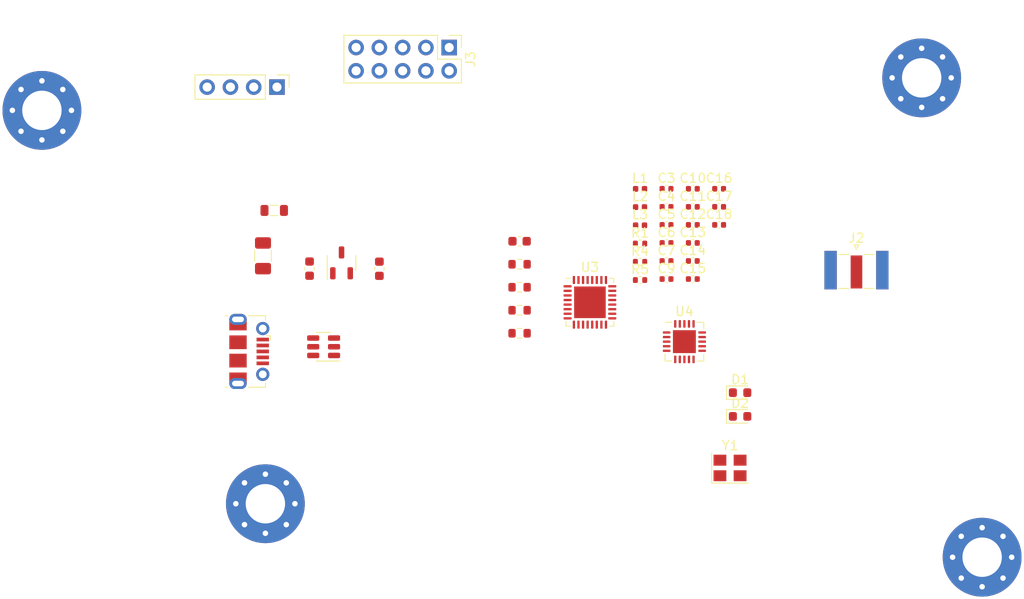
<source format=kicad_pcb>
(kicad_pcb (version 20221018) (generator pcbnew)
  (layers (0 "F.Cu" signal) (31 "B.Cu" signal) (34 "B.Paste" user) (35 "F.Paste" user) (36 "B.SilkS" user "B.Silkscreen") (37 "F.SilkS" user "F.Silkscreen") (38 "B.Mask" user) (39 "F.Mask" user) (44 "Edge.Cuts" user))
  (net 0 "")
  (net 1 "+3V3")
  (net 2 "I2C1_SDA")
  (net 3 "I2C1_SCL")
  (net 4 "Net-(D2-K)")
  (net 5 "GND")
  (net 6 "Net-(D1-K)")
  (net 7 "NRF_XC2")
  (net 8 "NRF_XC1")
  (net 9 "Net-(U4-IREF)")
  (net 10 "Net-(U3-PH3)")
  (net 11 "USB_D+")
  (net 12 "USB_D-")
  (net 13 "USB_CONN_D-")
  (net 14 "+5V")
  (net 15 "USB_CONN_D+")
  (net 16 "Net-(U1-VI)")
  (net 19 "NRST")
  (net 22 "Net-(D2-A)")
  (net 23 "Net-(D1-A)")
  (net 31 "SWDIO")
  (net 32 "SWCLK")
  (net 33 "NRF_IRQ")
  (net 34 "SPI3_SCK")
  (net 35 "SPI3_MISO")
  (net 36 "SPI3_MOSI")
  (net 37 "SPI3_CS")
  (net 38 "NRF_CE")
  (net 39 "NRF_VDD_PA")
  (net 40 "NRF_ANT1")
  (net 41 "NRF_ANT2")
  (net 42 "Net-(U4-DVDD)")
  (net 43 "Net-(F1-Pad2)")
  (net 44 "Net-(C15-Pad2)")
  (net 50 "Net-(J2-In)")
  (footprint "Inductor_SMD:L_0402_1005Metric" (layer "F.Cu") (at 123.7 43.79)
    (fp_text reference "L3" (at 0 -1.17) (layer "F.SilkS"))
    (fp_text value "2n7")
    (pad "1" smd roundrect (at -0.485 0) (size 0.59 0.64) (layers "F.Cu" "F.Paste" "F.Mask") (net 39 "NRF_VDD_PA"))
    (pad "2" smd roundrect (at 0.485 0) (size 0.59 0.64) (layers "F.Cu" "F.Paste" "F.Mask") (net 40 "NRF_ANT1"))
  )
  (footprint "Capacitor_SMD:C_0603_1608Metric" (layer "F.Cu") (at 110.553 45.526)
    (fp_text reference "C8" hide)
    (fp_text value "10u" hide)
    (fp_line (start -0.14058 -0.51) (end 0.14058 -0.51) (stroke (width 0.12)) (layer "F.SilkS"))
    (fp_line (start -0.14058 0.51) (end 0.14058 0.51) (stroke (width 0.12)) (layer "F.SilkS"))
    (pad "1" smd roundrect (at -0.775 0) (size 0.9 0.95) (layers "F.Cu" "F.Paste" "F.Mask") (net 1 "+3V3"))
    (pad "2" smd roundrect (at 0.775 0) (size 0.9 0.95) (layers "F.Cu" "F.Paste" "F.Mask") (net 5 "GND"))
  )
  (footprint "LED_SMD:LED_0603_1608Metric" (layer "F.Cu") (at 134.62 64.64)
    (fp_text reference "D2" (at 0 -1.43) (layer "F.SilkS"))
    (fp_text value "BLUE")
    (fp_line (start -1.485 -0.735) (end -1.485 0.735) (stroke (width 0.12)) (layer "F.SilkS"))
    (fp_line (start -1.485 0.735) (end 0.8 0.735) (stroke (width 0.12)) (layer "F.SilkS"))
    (fp_line (start 0.8 -0.735) (end -1.485 -0.735) (stroke (width 0.12)) (layer "F.SilkS"))
    (pad "1" smd roundrect (at -0.7875 0) (size 0.875 0.95) (layers "F.Cu" "F.Paste" "F.Mask") (net 4 "Net-(D2-K)"))
    (pad "2" smd roundrect (at 0.7875 0) (size 0.875 0.95) (layers "F.Cu" "F.Paste" "F.Mask") (net 22 "Net-(D2-A)"))
  )
  (footprint "Capacitor_SMD:C_0402_1005Metric" (layer "F.Cu") (at 129.46 43.74)
    (fp_text reference "C12" (at 0 -1.16) (layer "F.SilkS"))
    (fp_text value "33n")
    (fp_line (start -0.107836 -0.36) (end 0.107836 -0.36) (stroke (width 0.12)) (layer "F.SilkS"))
    (fp_line (start -0.107836 0.36) (end 0.107836 0.36) (stroke (width 0.12)) (layer "F.SilkS"))
    (pad "1" smd roundrect (at -0.48 0) (size 0.56 0.62) (layers "F.Cu" "F.Paste" "F.Mask") (net 42 "Net-(U4-DVDD)"))
    (pad "2" smd roundrect (at 0.48 0) (size 0.56 0.62) (layers "F.Cu" "F.Paste" "F.Mask") (net 5 "GND"))
  )
  (footprint "Capacitor_SMD:C_0402_1005Metric" (layer "F.Cu") (at 126.59 45.71)
    (fp_text reference "C6" (at 0 -1.16) (layer "F.SilkS"))
    (fp_text value "100n")
    (fp_line (start -0.107836 -0.36) (end 0.107836 -0.36) (stroke (width 0.12)) (layer "F.SilkS"))
    (fp_line (start -0.107836 0.36) (end 0.107836 0.36) (stroke (width 0.12)) (layer "F.SilkS"))
    (pad "1" smd roundrect (at -0.48 0) (size 0.56 0.62) (layers "F.Cu" "F.Paste" "F.Mask") (net 1 "+3V3"))
    (pad "2" smd roundrect (at 0.48 0) (size 0.56 0.62) (layers "F.Cu" "F.Paste" "F.Mask") (net 5 "GND"))
  )
  (footprint "Capacitor_SMD:C_0402_1005Metric" (layer "F.Cu") (at 129.46 41.77)
    (fp_text reference "C11" (at 0 -1.16) (layer "F.SilkS"))
    (fp_text value "10n")
    (fp_line (start -0.107836 -0.36) (end 0.107836 -0.36) (stroke (width 0.12)) (layer "F.SilkS"))
    (fp_line (start -0.107836 0.36) (end 0.107836 0.36) (stroke (width 0.12)) (layer "F.SilkS"))
    (pad "1" smd roundrect (at -0.48 0) (size 0.56 0.62) (layers "F.Cu" "F.Paste" "F.Mask") (net 1 "+3V3"))
    (pad "2" smd roundrect (at 0.48 0) (size 0.56 0.62) (layers "F.Cu" "F.Paste" "F.Mask") (net 5 "GND"))
  )
  (footprint "Capacitor_SMD:C_0402_1005Metric" (layer "F.Cu") (at 126.59 47.68)
    (fp_text reference "C7" (at 0 -1.16) (layer "F.SilkS"))
    (fp_text value "100n")
    (fp_line (start -0.107836 -0.36) (end 0.107836 -0.36) (stroke (width 0.12)) (layer "F.SilkS"))
    (fp_line (start -0.107836 0.36) (end 0.107836 0.36) (stroke (width 0.12)) (layer "F.SilkS"))
    (pad "1" smd roundrect (at -0.48 0) (size 0.56 0.62) (layers "F.Cu" "F.Paste" "F.Mask") (net 1 "+3V3"))
    (pad "2" smd roundrect (at 0.48 0) (size 0.56 0.62) (layers "F.Cu" "F.Paste" "F.Mask") (net 5 "GND"))
  )
  (footprint "Capacitor_SMD:C_0402_1005Metric" (layer "F.Cu") (at 126.59 39.8)
    (fp_text reference "C3" (at 0 -1.16) (layer "F.SilkS"))
    (fp_text value "100n")
    (fp_line (start -0.107836 -0.36) (end 0.107836 -0.36) (stroke (width 0.12)) (layer "F.SilkS"))
    (fp_line (start -0.107836 0.36) (end 0.107836 0.36) (stroke (width 0.12)) (layer "F.SilkS"))
    (pad "1" smd roundrect (at -0.48 0) (size 0.56 0.62) (layers "F.Cu" "F.Paste" "F.Mask") (net 19 "NRST"))
    (pad "2" smd roundrect (at 0.48 0) (size 0.56 0.62) (layers "F.Cu" "F.Paste" "F.Mask") (net 5 "GND"))
  )
  (footprint "Connector_PinHeader_2.54mm:PinHeader_1x04_P2.54mm_Vertical" (layer "F.Cu") (at 84.074 28.702 -90)
    (fp_text reference "J4" hide)
    (fp_text value "Conn_01x04" hide)
    (fp_line (start -1.33 -1.33) (end 0 -1.33) (stroke (width 0.12)) (layer "F.SilkS"))
    (fp_line (start -1.33 0) (end -1.33 -1.33) (stroke (width 0.12)) (layer "F.SilkS"))
    (fp_line (start -1.33 1.27) (end -1.33 8.95) (stroke (width 0.12)) (layer "F.SilkS"))
    (fp_line (start -1.33 1.27) (end 1.33 1.27) (stroke (width 0.12)) (layer "F.SilkS"))
    (fp_line (start -1.33 8.95) (end 1.33 8.95) (stroke (width 0.12)) (layer "F.SilkS"))
    (fp_line (start 1.33 1.27) (end 1.33 8.95) (stroke (width 0.12)) (layer "F.SilkS"))
    (pad "1" thru_hole rect (at 0 0 270) (size 1.7 1.7) (drill 1) (layers "*.Cu" "*.Mask") (net 2 "I2C1_SDA"))
    (pad "2" thru_hole oval (at 0 2.54 270) (size 1.7 1.7) (drill 1) (layers "*.Cu" "*.Mask") (net 3 "I2C1_SCL"))
    (pad "3" thru_hole oval (at 0 5.08 270) (size 1.7 1.7) (drill 1) (layers "*.Cu" "*.Mask") (net 1 "+3V3"))
    (pad "4" thru_hole oval (at 0 7.62 270) (size 1.7 1.7) (drill 1) (layers "*.Cu" "*.Mask") (net 5 "GND"))
  )
  (footprint "Capacitor_SMD:C_0402_1005Metric" (layer "F.Cu") (at 129.46 47.68)
    (fp_text reference "C14" (at 0 -1.16) (layer "F.SilkS"))
    (fp_text value "12p")
    (fp_line (start -0.107836 -0.36) (end 0.107836 -0.36) (stroke (width 0.12)) (layer "F.SilkS"))
    (fp_line (start -0.107836 0.36) (end 0.107836 0.36) (stroke (width 0.12)) (layer "F.SilkS"))
    (pad "1" smd roundrect (at -0.48 0) (size 0.56 0.62) (layers "F.Cu" "F.Paste" "F.Mask") (net 7 "NRF_XC2"))
    (pad "2" smd roundrect (at 0.48 0) (size 0.56 0.62) (layers "F.Cu" "F.Paste" "F.Mask") (net 5 "GND"))
  )
  (footprint "Crystal:Crystal_SMD_3225-4Pin_3.2x2.5mm" (layer "F.Cu") (at 133.52 70.27)
    (fp_text reference "Y1" (at 0 -2.45) (layer "F.SilkS"))
    (fp_text value "16MHz")
    (fp_line (start -2 -1.65) (end -2 1.65) (stroke (width 0.12)) (layer "F.SilkS"))
    (fp_line (start -2 1.65) (end 2 1.65) (stroke (width 0.12)) (layer "F.SilkS"))
    (pad "1" smd rect (at -1.1 0.85) (size 1.4 1.2) (layers "F.Cu" "F.Paste" "F.Mask") (net 8 "NRF_XC1"))
    (pad "2" smd rect (at 1.1 0.85) (size 1.4 1.2) (layers "F.Cu" "F.Paste" "F.Mask") (net 5 "GND"))
    (pad "3" smd rect (at 1.1 -0.85) (size 1.4 1.2) (layers "F.Cu" "F.Paste" "F.Mask") (net 7 "NRF_XC2"))
    (pad "4" smd rect (at -1.1 -0.85) (size 1.4 1.2) (layers "F.Cu" "F.Paste" "F.Mask") (net 5 "GND"))
  )
  (footprint "Resistor_SMD:R_0603_1608Metric" (layer "F.Cu") (at 110.553 53.056)
    (fp_text reference "R6" hide)
    (fp_text value "2k2" hide)
    (fp_line (start -0.237258 -0.5225) (end 0.237258 -0.5225) (stroke (width 0.12)) (layer "F.SilkS"))
    (fp_line (start -0.237258 0.5225) (end 0.237258 0.5225) (stroke (width 0.12)) (layer "F.SilkS"))
    (pad "1" smd roundrect (at -0.825 0) (size 0.8 0.95) (layers "F.Cu" "F.Paste" "F.Mask") (net 1 "+3V3"))
    (pad "2" smd roundrect (at 0.825 0) (size 0.8 0.95) (layers "F.Cu" "F.Paste" "F.Mask") (net 3 "I2C1_SCL"))
  )
  (footprint "Capacitor_SMD:C_0402_1005Metric" (layer "F.Cu") (at 129.46 45.71)
    (fp_text reference "C13" (at 0 -1.16) (layer "F.SilkS"))
    (fp_text value "12p")
    (fp_line (start -0.107836 -0.36) (end 0.107836 -0.36) (stroke (width 0.12)) (layer "F.SilkS"))
    (fp_line (start -0.107836 0.36) (end 0.107836 0.36) (stroke (width 0.12)) (layer "F.SilkS"))
    (pad "1" smd roundrect (at -0.48 0) (size 0.56 0.62) (layers "F.Cu" "F.Paste" "F.Mask") (net 8 "NRF_XC1"))
    (pad "2" smd roundrect (at 0.48 0) (size 0.56 0.62) (layers "F.Cu" "F.Paste" "F.Mask") (net 5 "GND"))
  )
  (footprint "Resistor_SMD:R_0402_1005Metric" (layer "F.Cu") (at 123.7 45.78)
    (fp_text reference "R1" (at 0 -1.17) (layer "F.SilkS"))
    (fp_text value "10k")
    (fp_line (start -0.153641 -0.38) (end 0.153641 -0.38) (stroke (width 0.12)) (layer "F.SilkS"))
    (fp_line (start -0.153641 0.38) (end 0.153641 0.38) (stroke (width 0.12)) (layer "F.SilkS"))
    (pad "1" smd roundrect (at -0.51 0) (size 0.54 0.64) (layers "F.Cu" "F.Paste" "F.Mask") (net 10 "Net-(U3-PH3)"))
    (pad "2" smd roundrect (at 0.51 0) (size 0.54 0.64) (layers "F.Cu" "F.Paste" "F.Mask") (net 5 "GND"))
  )
  (footprint "Capacitor_SMD:C_0402_1005Metric" (layer "F.Cu") (at 132.33 43.74)
    (fp_text reference "C18" (at 0 -1.16) (layer "F.SilkS"))
    (fp_text value "4p7")
    (fp_line (start -0.107836 -0.36) (end 0.107836 -0.36) (stroke (width 0.12)) (layer "F.SilkS"))
    (fp_line (start -0.107836 0.36) (end 0.107836 0.36) (stroke (width 0.12)) (layer "F.SilkS"))
    (pad "1" smd roundrect (at -0.48 0) (size 0.56 0.62) (layers "F.Cu" "F.Paste" "F.Mask") (net 5 "GND"))
    (pad "2" smd roundrect (at 0.48 0) (size 0.56 0.62) (layers "F.Cu" "F.Paste" "F.Mask") (net 39 "NRF_VDD_PA"))
  )
  (footprint "Resistor_SMD:R_0603_1608Metric" (layer "F.Cu") (at 110.553 50.546)
    (fp_text reference "R3" hide)
    (fp_text value "2k2" hide)
    (fp_line (start -0.237258 -0.5225) (end 0.237258 -0.5225) (stroke (width 0.12)) (layer "F.SilkS"))
    (fp_line (start -0.237258 0.5225) (end 0.237258 0.5225) (stroke (width 0.12)) (layer "F.SilkS"))
    (pad "1" smd roundrect (at -0.825 0) (size 0.8 0.95) (layers "F.Cu" "F.Paste" "F.Mask") (net 4 "Net-(D2-K)"))
    (pad "2" smd roundrect (at 0.825 0) (size 0.8 0.95) (layers "F.Cu" "F.Paste" "F.Mask") (net 5 "GND"))
  )
  (footprint "LED_SMD:LED_0603_1608Metric" (layer "F.Cu") (at 134.62 62.05)
    (fp_text reference "D1" (at 0 -1.43) (layer "F.SilkS"))
    (fp_text value "GREEN")
    (fp_line (start -1.485 -0.735) (end -1.485 0.735) (stroke (width 0.12)) (layer "F.SilkS"))
    (fp_line (start -1.485 0.735) (end 0.8 0.735) (stroke (width 0.12)) (layer "F.SilkS"))
    (fp_line (start 0.8 -0.735) (end -1.485 -0.735) (stroke (width 0.12)) (layer "F.SilkS"))
    (pad "1" smd roundrect (at -0.7875 0) (size 0.875 0.95) (layers "F.Cu" "F.Paste" "F.Mask") (net 6 "Net-(D1-K)"))
    (pad "2" smd roundrect (at 0.7875 0) (size 0.875 0.95) (layers "F.Cu" "F.Paste" "F.Mask") (net 23 "Net-(D1-A)"))
  )
  (footprint "Package_TO_SOT_SMD:SOT-23-3" (layer "F.Cu") (at 91.12 47.8845 90)
    (fp_text reference "U1" hide)
    (fp_text value "XC6206P332MR" hide)
    (fp_line (start 0 -1.56) (end -1.8 -1.56) (stroke (width 0.12)) (layer "F.SilkS"))
    (fp_line (start 0 -1.56) (end 0.8 -1.56) (stroke (width 0.12)) (layer "F.SilkS"))
    (fp_line (start 0 1.56) (end -0.8 1.56) (stroke (width 0.12)) (layer "F.SilkS"))
    (fp_line (start 0 1.56) (end 0.8 1.56) (stroke (width 0.12)) (layer "F.SilkS"))
    (pad "1" smd roundrect (at -1.1375 -0.95 90) (size 1.325 0.6) (layers "F.Cu" "F.Paste" "F.Mask") (net 5 "GND"))
    (pad "2" smd roundrect (at -1.1375 0.95 90) (size 1.325 0.6) (layers "F.Cu" "F.Paste" "F.Mask") (net 1 "+3V3"))
    (pad "3" smd roundrect (at 1.1375 0 90) (size 1.325 0.6) (layers "F.Cu" "F.Paste" "F.Mask") (net 16 "Net-(U1-VI)"))
  )
  (footprint "MountingHole:MountingHole_4.3mm_M4_Pad_Via" (layer "F.Cu") (at 58.42 31.242)
    (fp_text reference "H1" hide)
    (fp_text value "MountingHole_Pad" hide)
    (pad "1" thru_hole circle (at -3.225 0) (size 0.9 0.9) (drill 0.6) (layers "*.Cu" "*.Mask") (net 5 "GND"))
    (pad "1" thru_hole circle (at -2.280419 -2.280419) (size 0.9 0.9) (drill 0.6) (layers "*.Cu" "*.Mask") (net 5 "GND"))
    (pad "1" thru_hole circle (at -2.280419 2.280419) (size 0.9 0.9) (drill 0.6) (layers "*.Cu" "*.Mask") (net 5 "GND"))
    (pad "1" thru_hole circle (at 0 -3.225) (size 0.9 0.9) (drill 0.6) (layers "*.Cu" "*.Mask") (net 5 "GND"))
    (pad "1" thru_hole circle (at 0 0) (size 8.6 8.6) (drill 4.3) (layers "*.Cu" "*.Mask") (net 5 "GND"))
    (pad "1" thru_hole circle (at 0 3.225) (size 0.9 0.9) (drill 0.6) (layers "*.Cu" "*.Mask") (net 5 "GND"))
    (pad "1" thru_hole circle (at 2.280419 -2.280419) (size 0.9 0.9) (drill 0.6) (layers "*.Cu" "*.Mask") (net 5 "GND"))
    (pad "1" thru_hole circle (at 2.280419 2.280419) (size 0.9 0.9) (drill 0.6) (layers "*.Cu" "*.Mask") (net 5 "GND"))
    (pad "1" thru_hole circle (at 3.225 0) (size 0.9 0.9) (drill 0.6) (layers "*.Cu" "*.Mask") (net 5 "GND"))
  )
  (footprint "Capacitor_SMD:C_0402_1005Metric" (layer "F.Cu") (at 126.59 43.74)
    (fp_text reference "C5" (at 0 -1.16) (layer "F.SilkS"))
    (fp_text value "100n")
    (fp_line (start -0.107836 -0.36) (end 0.107836 -0.36) (stroke (width 0.12)) (layer "F.SilkS"))
    (fp_line (start -0.107836 0.36) (end 0.107836 0.36) (stroke (width 0.12)) (layer "F.SilkS"))
    (pad "1" smd roundrect (at -0.48 0) (size 0.56 0.62) (layers "F.Cu" "F.Paste" "F.Mask") (net 1 "+3V3"))
    (pad "2" smd roundrect (at 0.48 0) (size 0.56 0.62) (layers "F.Cu" "F.Paste" "F.Mask") (net 5 "GND"))
  )
  (footprint "Connector_PinHeader_2.54mm:PinHeader_2x05_P2.54mm_Vertical" (layer "F.Cu") (at 102.87 24.384 -90)
    (fp_text reference "J3" (at 1.27 -2.33 90) (layer "F.SilkS"))
    (fp_text value "10 pin for stlink")
    (fp_line (start -1.33 -1.33) (end 0 -1.33) (stroke (width 0.12)) (layer "F.SilkS"))
    (fp_line (start -1.33 0) (end -1.33 -1.33) (stroke (width 0.12)) (layer "F.SilkS"))
    (fp_line (start -1.33 1.27) (end -1.33 11.49) (stroke (width 0.12)) (layer "F.SilkS"))
    (fp_line (start -1.33 1.27) (end 1.27 1.27) (stroke (width 0.12)) (layer "F.SilkS"))
    (fp_line (start -1.33 11.49) (end 3.87 11.49) (stroke (width 0.12)) (layer "F.SilkS"))
    (fp_line (start 1.27 -1.33) (end 3.87 -1.33) (stroke (width 0.12)) (layer "F.SilkS"))
    (fp_line (start 1.27 1.27) (end 1.27 -1.33) (stroke (width 0.12)) (layer "F.SilkS"))
    (fp_line (start 3.87 -1.33) (end 3.87 11.49) (stroke (width 0.12)) (layer "F.SilkS"))
    (pad "1" thru_hole rect (at 0 0 270) (size 1.7 1.7) (drill 1) (layers "*.Cu" "*.Mask") (net 1 "+3V3"))
    (pad "2" thru_hole oval (at 2.54 0 270) (size 1.7 1.7) (drill 1) (layers "*.Cu" "*.Mask") (net 31 "SWDIO"))
    (pad "3" thru_hole oval (at 0 2.54 270) (size 1.7 1.7) (drill 1) (layers "*.Cu" "*.Mask") (net 5 "GND"))
    (pad "4" thru_hole oval (at 2.54 2.54 270) (size 1.7 1.7) (drill 1) (layers "*.Cu" "*.Mask") (net 32 "SWCLK"))
    (pad "5" thru_hole oval (at 0 5.08 270) (size 1.7 1.7) (drill 1) (layers "*.Cu" "*.Mask") (net 5 "GND"))
    (pad "6" thru_hole oval (at 2.54 5.08 270) (size 1.7 1.7) (drill 1) (layers "*.Cu" "*.Mask"))
    (pad "7" thru_hole oval (at 0 7.62 270) (size 1.7 1.7) (drill 1) (layers "*.Cu" "*.Mask"))
    (pad "8" thru_hole oval (at 2.54 7.62 270) (size 1.7 1.7) (drill 1) (layers "*.Cu" "*.Mask"))
    (pad "9" thru_hole oval (at 0 10.16 270) (size 1.7 1.7) (drill 1) (layers "*.Cu" "*.Mask") (net 5 "GND"))
    (pad "10" thru_hole oval (at 2.54 10.16 270) (size 1.7 1.7) (drill 1) (layers "*.Cu" "*.Mask") (net 19 "NRST"))
  )
  (footprint "Resistor_SMD:R_0402_1005Metric" (layer "F.Cu") (at 123.7 47.77)
    (fp_text reference "R4" (at 0 -1.17) (layer "F.SilkS"))
    (fp_text value "22k")
    (fp_line (start -0.153641 -0.38) (end 0.153641 -0.38) (stroke (width 0.12)) (layer "F.SilkS"))
    (fp_line (start -0.153641 0.38) (end 0.153641 0.38) (stroke (width 0.12)) (layer "F.SilkS"))
    (pad "1" smd roundrect (at -0.51 0) (size 0.54 0.64) (layers "F.Cu" "F.Paste" "F.Mask") (net 9 "Net-(U4-IREF)"))
    (pad "2" smd roundrect (at 0.51 0) (size 0.54 0.64) (layers "F.Cu" "F.Paste" "F.Mask") (net 5 "GND"))
  )
  (footprint "Capacitor_SMD:C_0402_1005Metric" (layer "F.Cu") (at 126.59 49.65)
    (fp_text reference "C9" (at 0 -1.16) (layer "F.SilkS"))
    (fp_text value "10n")
    (fp_line (start -0.107836 -0.36) (end 0.107836 -0.36) (stroke (width 0.12)) (layer "F.SilkS"))
    (fp_line (start -0.107836 0.36) (end 0.107836 0.36) (stroke (width 0.12)) (layer "F.SilkS"))
    (pad "1" smd roundrect (at -0.48 0) (size 0.56 0.62) (layers "F.Cu" "F.Paste" "F.Mask") (net 1 "+3V3"))
    (pad "2" smd roundrect (at 0.48 0) (size 0.56 0.62) (layers "F.Cu" "F.Paste" "F.Mask") (net 5 "GND"))
  )
  (footprint "Package_TO_SOT_SMD:SOT-23-6" (layer "F.Cu") (at 89.166 57.0395 180)
    (fp_text reference "U2" hide)
    (fp_text value "USBLC6-2SC6" hide)
    (fp_line (start 0 -1.56) (end -1.8 -1.56) (stroke (width 0.12)) (layer "F.SilkS"))
    (fp_line (start 0 -1.56) (end 0.8 -1.56) (stroke (width 0.12)) (layer "F.SilkS"))
    (fp_line (start 0 1.56) (end -0.8 1.56) (stroke (width 0.12)) (layer "F.SilkS"))
    (fp_line (start 0 1.56) (end 0.8 1.56) (stroke (width 0.12)) (layer "F.SilkS"))
    (pad "1" smd roundrect (at -1.1375 -0.95 180) (size 1.325 0.6) (layers "F.Cu" "F.Paste" "F.Mask") (net 11 "USB_D+"))
    (pad "2" smd roundrect (at -1.1375 0 180) (size 1.325 0.6) (layers "F.Cu" "F.Paste" "F.Mask") (net 5 "GND"))
    (pad "3" smd roundrect (at -1.1375 0.95 180) (size 1.325 0.6) (layers "F.Cu" "F.Paste" "F.Mask") (net 12 "USB_D-"))
    (pad "4" smd roundrect (at 1.1375 0.95 180) (size 1.325 0.6) (layers "F.Cu" "F.Paste" "F.Mask") (net 13 "USB_CONN_D-"))
    (pad "5" smd roundrect (at 1.1375 0 180) (size 1.325 0.6) (layers "F.Cu" "F.Paste" "F.Mask") (net 14 "+5V"))
    (pad "6" smd roundrect (at 1.1375 -0.95 180) (size 1.325 0.6) (layers "F.Cu" "F.Paste" "F.Mask") (net 15 "USB_CONN_D+"))
  )
  (footprint "Capacitor_SMD:C_0402_1005Metric" (layer "F.Cu") (at 132.33 41.77)
    (fp_text reference "C17" (at 0 -1.16) (layer "F.SilkS"))
    (fp_text value "2n2")
    (fp_line (start -0.107836 -0.36) (end 0.107836 -0.36) (stroke (width 0.12)) (layer "F.SilkS"))
    (fp_line (start -0.107836 0.36) (end 0.107836 0.36) (stroke (width 0.12)) (layer "F.SilkS"))
    (pad "1" smd roundrect (at -0.48 0) (size 0.56 0.62) (layers "F.Cu" "F.Paste" "F.Mask") (net 5 "GND"))
    (pad "2" smd roundrect (at 0.48 0) (size 0.56 0.62) (layers "F.Cu" "F.Paste" "F.Mask") (net 39 "NRF_VDD_PA"))
  )
  (footprint "Capacitor_SMD:C_0603_1608Metric" (layer "F.Cu") (at 87.63 48.514 -90)
    (fp_text reference "C1" hide)
    (fp_text value "10u" hide)
    (fp_line (start -0.14058 -0.51) (end 0.14058 -0.51) (stroke (width 0.12)) (layer "F.SilkS"))
    (fp_line (start -0.14058 0.51) (end 0.14058 0.51) (stroke (width 0.12)) (layer "F.SilkS"))
    (pad "1" smd roundrect (at -0.775 0 270) (size 0.9 0.95) (layers "F.Cu" "F.Paste" "F.Mask") (net 16 "Net-(U1-VI)"))
    (pad "2" smd roundrect (at 0.775 0 270) (size 0.9 0.95) (layers "F.Cu" "F.Paste" "F.Mask") (net 5 "GND"))
  )
  (footprint "Resistor_SMD:R_0603_1608Metric" (layer "F.Cu") (at 110.553 55.566)
    (fp_text reference "R7" hide)
    (fp_text value "2k2" hide)
    (fp_line (start -0.237258 -0.5225) (end 0.237258 -0.5225) (stroke (width 0.12)) (layer "F.SilkS"))
    (fp_line (start -0.237258 0.5225) (end 0.237258 0.5225) (stroke (width 0.12)) (layer "F.SilkS"))
    (pad "1" smd roundrect (at -0.825 0) (size 0.8 0.95) (layers "F.Cu" "F.Paste" "F.Mask") (net 1 "+3V3"))
    (pad "2" smd roundrect (at 0.825 0) (size 0.8 0.95) (layers "F.Cu" "F.Paste" "F.Mask") (net 2 "I2C1_SDA"))
  )
  (footprint "Resistor_SMD:R_0402_1005Metric" (layer "F.Cu") (at 123.7 49.76)
    (fp_text reference "R5" (at 0 -1.17) (layer "F.SilkS"))
    (fp_text value "1M")
    (fp_line (start -0.153641 -0.38) (end 0.153641 -0.38) (stroke (width 0.12)) (layer "F.SilkS"))
    (fp_line (start -0.153641 0.38) (end 0.153641 0.38) (stroke (width 0.12)) (layer "F.SilkS"))
    (pad "1" smd roundrect (at -0.51 0) (size 0.54 0.64) (layers "F.Cu" "F.Paste" "F.Mask") (net 7 "NRF_XC2"))
    (pad "2" smd roundrect (at 0.51 0) (size 0.54 0.64) (layers "F.Cu" "F.Paste" "F.Mask") (net 8 "NRF_XC1"))
  )
  (footprint "Connector_USB:USB_Micro-B_Molex-105017-0001" (layer "F.Cu") (at 81.0585 57.552 -90)
    (fp_text reference "J1" hide)
    (fp_text value "USB_B_Micro" hide)
    (fp_line (start -3.9 -1.7625) (end -3.45 -1.7625) (stroke (width 0.12)) (layer "F.SilkS"))
    (fp_line (start -3.9 0.0875) (end -3.9 -1.7625) (stroke (width 0.12)) (layer "F.SilkS"))
    (fp_line (start -3.9 2.6375) (end -3.9 2.3875) (stroke (width 0.12)) (layer "F.SilkS"))
    (fp_line (start -1.7 -2.3125) (end -1.7 -1.8625) (stroke (width 0.12)) (layer "F.SilkS"))
    (fp_line (start -1.7 -2.3125) (end -1.25 -2.3125) (stroke (width 0.12)) (layer "F.SilkS"))
    (fp_line (start 3.9 -1.7625) (end 3.45 -1.7625) (stroke (width 0.12)) (layer "F.SilkS"))
    (fp_line (start 3.9 0.0875) (end 3.9 -1.7625) (stroke (width 0.12)) (layer "F.SilkS"))
    (fp_line (start 3.9 2.6375) (end 3.9 2.3875) (stroke (width 0.12)) (layer "F.SilkS"))
    (pad "1" smd rect (at -1.3 -1.4625 270) (size 0.4 1.35) (layers "F.Cu" "F.Paste" "F.Mask") (net 14 "+5V"))
    (pad "2" smd rect (at -0.65 -1.4625 270) (size 0.4 1.35) (layers "F.Cu" "F.Paste" "F.Mask") (net 13 "USB_CONN_D-"))
    (pad "3" smd rect (at 0 -1.4625 270) (size 0.4 1.35) (layers "F.Cu" "F.Paste" "F.Mask") (net 15 "USB_CONN_D+"))
    (pad "4" smd rect (at 0.65 -1.4625 270) (size 0.4 1.35) (layers "F.Cu" "F.Paste" "F.Mask"))
    (pad "5" smd rect (at 1.3 -1.4625 270) (size 0.4 1.35) (layers "F.Cu" "F.Paste" "F.Mask") (net 5 "GND"))
    (pad "6" thru_hole oval (at -3.5 1.2375 90) (size 1.2 1.9) (drill oval 0.6 1.3) (layers "*.Cu" "*.Mask"))
    (pad "6" smd rect (at -2.9 1.2375 270) (size 1.2 1.9) (layers "F.Cu" "F.Mask"))
    (pad "6" thru_hole circle (at -2.5 -1.4625 270) (size 1.45 1.45) (drill 0.85) (layers "*.Cu" "*.Mask"))
    (pad "6" smd rect (at -1 1.2375 270) (size 1.5 1.9) (layers "F.Cu" "F.Paste" "F.Mask"))
    (pad "6" smd rect (at 1 1.2375 270) (size 1.5 1.9) (layers "F.Cu" "F.Paste" "F.Mask"))
    (pad "6" thru_hole circle (at 2.5 -1.4625 270) (size 1.45 1.45) (drill 0.85) (layers "*.Cu" "*.Mask"))
    (pad "6" smd rect (at 2.9 1.2375 270) (size 1.2 1.9) (layers "F.Cu" "F.Mask"))
    (pad "6" thru_hole oval (at 3.5 1.2375 270) (size 1.2 1.9) (drill oval 0.6 1.3) (layers "*.Cu" "*.Mask"))
  )
  (footprint "Capacitor_SMD:C_0402_1005Metric" (layer "F.Cu") (at 129.46 49.65)
    (fp_text reference "C15" (at 0 -1.16) (layer "F.SilkS"))
    (fp_text value "1p5")
    (fp_line (start -0.107836 -0.36) (end 0.107836 -0.36) (stroke (width 0.12)) (layer "F.SilkS"))
    (fp_line (start -0.107836 0.36) (end 0.107836 0.36) (stroke (width 0.12)) (layer "F.SilkS"))
    (pad "1" smd roundrect (at -0.48 0) (size 0.56 0.62) (layers "F.Cu" "F.Paste" "F.Mask") (net 50 "Net-(J2-In)"))
    (pad "2" smd roundrect (at 0.48 0) (size 0.56 0.62) (layers "F.Cu" "F.Paste" "F.Mask") (net 44 "Net-(C15-Pad2)"))
  )
  (footprint "Package_DFN_QFN:QFN-20-1EP_4x4mm_P0.5mm_EP2.5x2.5mm" (layer "F.Cu") (at 128.54 56.4825)
    (fp_text reference "U4" (at 0 -3.3) (layer "F.SilkS"))
    (fp_text value "nRF24L01P")
    (fp_line (start -2.11 2.11) (end -2.11 1.385) (stroke (width 0.12)) (layer "F.SilkS"))
    (fp_line (start -1.385 -2.11) (end -2.11 -2.11) (stroke (width 0.12)) (layer "F.SilkS"))
    (fp_line (start -1.385 2.11) (end -2.11 2.11) (stroke (width 0.12)) (layer "F.SilkS"))
    (fp_line (start 1.385 -2.11) (end 2.11 -2.11) (stroke (width 0.12)) (layer "F.SilkS"))
    (fp_line (start 1.385 2.11) (end 2.11 2.11) (stroke (width 0.12)) (layer "F.SilkS"))
    (fp_line (start 2.11 -2.11) (end 2.11 -1.385) (stroke (width 0.12)) (layer "F.SilkS"))
    (fp_line (start 2.11 2.11) (end 2.11 1.385) (stroke (width 0.12)) (layer "F.SilkS"))
    (pad "1" smd roundrect (at -1.9375 -1) (size 0.825 0.25) (layers "F.Cu" "F.Paste" "F.Mask") (net 38 "NRF_CE"))
    (pad "2" smd roundrect (at -1.9375 -0.5) (size 0.825 0.25) (layers "F.Cu" "F.Paste" "F.Mask") (net 37 "SPI3_CS"))
    (pad "3" smd roundrect (at -1.9375 0) (size 0.825 0.25) (layers "F.Cu" "F.Paste" "F.Mask") (net 34 "SPI3_SCK"))
    (pad "4" smd roundrect (at -1.9375 0.5) (size 0.825 0.25) (layers "F.Cu" "F.Paste" "F.Mask") (net 36 "SPI3_MOSI"))
    (pad "5" smd roundrect (at -1.9375 1) (size 0.825 0.25) (layers "F.Cu" "F.Paste" "F.Mask") (net 35 "SPI3_MISO"))
    (pad "6" smd roundrect (at -1 1.9375) (size 0.25 0.825) (layers "F.Cu" "F.Paste" "F.Mask") (net 33 "NRF_IRQ"))
    (pad "7" smd roundrect (at -0.5 1.9375) (size 0.25 0.825) (layers "F.Cu" "F.Paste" "F.Mask") (net 1 "+3V3"))
    (pad "8" smd roundrect (at 0 1.9375) (size 0.25 0.825) (layers "F.Cu" "F.Paste" "F.Mask") (net 5 "GND"))
    (pad "9" smd roundrect (at 0.5 1.9375) (size 0.25 0.825) (layers "F.Cu" "F.Paste" "F.Mask") (net 7 "NRF_XC2"))
    (pad "10" smd roundrect (at 1 1.9375) (size 0.25 0.825) (layers "F.Cu" "F.Paste" "F.Mask") (net 8 "NRF_XC1"))
    (pad "11" smd roundrect (at 1.9375 1) (size 0.825 0.25) (layers "F.Cu" "F.Paste" "F.Mask") (net 39 "NRF_VDD_PA"))
    (pad "12" smd roundrect (at 1.9375 0.5) (size 0.825 0.25) (layers "F.Cu" "F.Paste" "F.Mask") (net 40 "NRF_ANT1"))
    (pad "13" smd roundrect (at 1.9375 0) (size 0.825 0.25) (layers "F.Cu" "F.Paste" "F.Mask") (net 41 "NRF_ANT2"))
    (pad "14" smd roundrect (at 1.9375 -0.5) (size 0.825 0.25) (layers "F.Cu" "F.Paste" "F.Mask") (net 5 "GND"))
    (pad "15" smd roundrect (at 1.9375 -1) (size 0.825 0.25) (layers "F.Cu" "F.Paste" "F.Mask") (net 1 "+3V3"))
    (pad "16" smd roundrect (at 1 -1.9375) (size 0.25 0.825) (layers "F.Cu" "F.Paste" "F.Mask") (net 9 "Net-(U4-IREF)"))
    (pad "17" smd roundrect (at 0.5 -1.9375) (size 0.25 0.825) (layers "F.Cu" "F.Paste" "F.Mask") (net 5 "GND"))
    (pad "18" smd roundrect (at 0 -1.9375) (size 0.25 0.825) (layers "F.Cu" "F.Paste" "F.Mask") (net 1 "+3V3"))
    (pad "19" smd roundrect (at -0.5 -1.9375) (size 0.25 0.825) (layers "F.Cu" "F.Paste" "F.Mask") (net 42 "Net-(U4-DVDD)"))
    (pad "20" smd roundrect (at -1 -1.9375) (size 0.25 0.825) (layers "F.Cu" "F.Paste" "F.Mask") (net 5 "GND"))
    (pad "21" smd rect (at 0 0) (size 2.5 2.5) (layers "F.Cu" "F.Mask"))
  )
  (footprint "Connector_Coaxial:SMA_Samtec_SMA-J-P-X-ST-EM1_EdgeMount" (layer "F.Cu") (at 147.32 48.6775)
    (fp_text reference "J2" (at 0 -3.5) (layer "F.SilkS"))
    (fp_text value "SMA")
    (fp_line (start -1.95 -1.71) (end -0.84 -1.71) (stroke (width 0.12)) (layer "F.SilkS"))
    (fp_line (start -1.95 2) (end -0.84 2) (stroke (width 0.12)) (layer "F.SilkS"))
    (fp_line (start -0.25 -2.76) (end 0 -2.26) (stroke (width 0.12)) (layer "F.SilkS"))
    (fp_line (start 0 -2.26) (end 0.25 -2.76) (stroke (width 0.12)) (layer "F.SilkS"))
    (fp_line (start 0.25 -2.76) (end -0.25 -2.76) (stroke (width 0.12)) (layer "F.SilkS"))
    (fp_line (start 0.84 -1.71) (end 1.95 -1.71) (stroke (width 0.12)) (layer "F.SilkS"))
    (fp_line (start 0.84 2) (end 1.95 2) (stroke (width 0.12)) (layer "F.SilkS"))
    (pad "1" smd rect (at 0 0.2) (size 1.27 3.6) (layers "F.Cu" "F.Paste" "F.Mask") (net 50 "Net-(J2-In)"))
    (pad "2" smd rect (at -2.825 0) (size 1.35 4.2) (layers "F.Cu" "F.Paste" "F.Mask") (net 5 "GND"))
    (pad "2" smd rect (at -2.825 0) (size 1.35 4.2) (layers "B.Cu" "B.Paste" "B.Mask") (net 5 "GND"))
    (pad "2" smd rect (at 2.825 0) (size 1.35 4.2) (layers "F.Cu" "F.Paste" "F.Mask") (net 5 "GND"))
    (pad "2" smd rect (at 2.825 0) (size 1.35 4.2) (layers "B.Cu" "B.Paste" "B.Mask") (net 5 "GND"))
  )
  (footprint "Fuse:Fuse_1206_3216Metric" (layer "F.Cu") (at 82.55 47.114 90)
    (fp_text reference "F1" hide)
    (fp_text value "100mA" hide)
    (fp_line (start -0.602064 -0.91) (end 0.602064 -0.91) (stroke (width 0.12)) (layer "F.SilkS"))
    (fp_line (start -0.602064 0.91) (end 0.602064 0.91) (stroke (width 0.12)) (layer "F.SilkS"))
    (pad "1" smd roundrect (at -1.4 0 90) (size 1.25 1.75) (layers "F.Cu" "F.Paste" "F.Mask") (roundrect_rratio 0.2) (net 14 "+5V"))
    (pad "2" smd roundrect (at 1.4 0 90) (size 1.25 1.75) (layers "F.Cu" "F.Paste" "F.Mask") (roundrect_rratio 0.2) (net 43 "Net-(F1-Pad2)"))
  )
  (footprint "Inductor_SMD:L_0805_2012Metric" (layer "F.Cu") (at 83.7735 42.164)
    (fp_text reference "FB1" hide)
    (fp_text value "100 @ 100MHz" hide)
    (fp_line (start -0.399622 -0.56) (end 0.399622 -0.56) (stroke (width 0.12)) (layer "F.SilkS"))
    (fp_line (start -0.399622 0.56) (end 0.399622 0.56) (stroke (width 0.12)) (layer "F.SilkS"))
    (pad "1" smd roundrect (at -1.0625 0) (size 0.875 1.2) (layers "F.Cu" "F.Paste" "F.Mask") (net 43 "Net-(F1-Pad2)"))
    (pad "2" smd roundrect (at 1.0625 0) (size 0.875 1.2) (layers "F.Cu" "F.Paste" "F.Mask") (net 16 "Net-(U1-VI)"))
  )
  (footprint "Inductor_SMD:L_0402_1005Metric" (layer "F.Cu") (at 123.7 39.81)
    (fp_text reference "L1" (at 0 -1.17) (layer "F.SilkS"))
    (fp_text value "3n9")
    (pad "1" smd roundrect (at -0.485 0) (size 0.59 0.64) (layers "F.Cu" "F.Paste" "F.Mask") (net 41 "NRF_ANT2"))
    (pad "2" smd roundrect (at 0.485 0) (size 0.59 0.64) (layers "F.Cu" "F.Paste" "F.Mask") (net 44 "Net-(C15-Pad2)"))
  )
  (footprint "MountingHole:MountingHole_4.3mm_M4_Pad_Via" (layer "F.Cu") (at 82.809581 74.173581)
    (fp_text reference "H4" hide)
    (fp_text value "MountingHole_Pad" hide)
    (pad "1" thru_hole circle (at -3.225 0) (size 0.9 0.9) (drill 0.6) (layers "*.Cu" "*.Mask") (net 5 "GND"))
    (pad "1" thru_hole circle (at -2.280419 -2.280419) (size 0.9 0.9) (drill 0.6) (layers "*.Cu" "*.Mask") (net 5 "GND"))
    (pad "1" thru_hole circle (at -2.280419 2.280419) (size 0.9 0.9) (drill 0.6) (layers "*.Cu" "*.Mask") (net 5 "GND"))
    (pad "1" thru_hole circle (at 0 -3.225) (size 0.9 0.9) (drill 0.6) (layers "*.Cu" "*.Mask") (net 5 "GND"))
    (pad "1" thru_hole circle (at 0 0) (size 8.6 8.6) (drill 4.3) (layers "*.Cu" "*.Mask") (net 5 "GND"))
    (pad "1" thru_hole circle (at 0 3.225) (size 0.9 0.9) (drill 0.6) (layers "*.Cu" "*.Mask") (net 5 "GND"))
    (pad "1" thru_hole circle (at 2.280419 -2.280419) (size 0.9 0.9) (drill 0.6) (layers "*.Cu" "*.Mask") (net 5 "GND"))
    (pad "1" thru_hole circle (at 2.280419 2.280419) (size 0.9 0.9) (drill 0.6) (layers "*.Cu" "*.Mask") (net 5 "GND"))
    (pad "1" thru_hole circle (at 3.225 0) (size 0.9 0.9) (drill 0.6) (layers "*.Cu" "*.Mask") (net 5 "GND"))
  )
  (footprint "Capacitor_SMD:C_0402_1005Metric" (layer "F.Cu") (at 129.46 39.8)
    (fp_text reference "C10" (at 0 -1.16) (layer "F.SilkS"))
    (fp_text value "10n")
    (fp_line (start -0.107836 -0.36) (end 0.107836 -0.36) (stroke (width 0.12)) (layer "F.SilkS"))
    (fp_line (start -0.107836 0.36) (end 0.107836 0.36) (stroke (width 0.12)) (layer "F.SilkS"))
    (pad "1" smd roundrect (at -0.48 0) (size 0.56 0.62) (layers "F.Cu" "F.Paste" "F.Mask") (net 1 "+3V3"))
    (pad "2" smd roundrect (at 0.48 0) (size 0.56 0.62) (layers "F.Cu" "F.Paste" "F.Mask") (net 5 "GND"))
  )
  (footprint "MountingHole:MountingHole_4.3mm_M4_Pad_Via" (layer "F.Cu") (at 161.036 80.01)
    (fp_text reference "H2" hide)
    (fp_text value "MountingHole_Pad" hide)
    (pad "1" thru_hole circle (at -3.225 0) (size 0.9 0.9) (drill 0.6) (layers "*.Cu" "*.Mask") (net 5 "GND"))
    (pad "1" thru_hole circle (at -2.280419 -2.280419) (size 0.9 0.9) (drill 0.6) (layers "*.Cu" "*.Mask") (net 5 "GND"))
    (pad "1" thru_hole circle (at -2.280419 2.280419) (size 0.9 0.9) (drill 0.6) (layers "*.Cu" "*.Mask") (net 5 "GND"))
    (pad "1" thru_hole circle (at 0 -3.225) (size 0.9 0.9) (drill 0.6) (layers "*.Cu" "*.Mask") (net 5 "GND"))
    (pad "1" thru_hole circle (at 0 0) (size 8.6 8.6) (drill 4.3) (layers "*.Cu" "*.Mask") (net 5 "GND"))
    (pad "1" thru_hole circle (at 0 3.225) (size 0.9 0.9) (drill 0.6) (layers "*.Cu" "*.Mask") (net 5 "GND"))
    (pad "1" thru_hole circle (at 2.280419 -2.280419) (size 0.9 0.9) (drill 0.6) (layers "*.Cu" "*.Mask") (net 5 "GND"))
    (pad "1" thru_hole circle (at 2.280419 2.280419) (size 0.9 0.9) (drill 0.6) (layers "*.Cu" "*.Mask") (net 5 "GND"))
    (pad "1" thru_hole circle (at 3.225 0) (size 0.9 0.9) (drill 0.6) (layers "*.Cu" "*.Mask") (net 5 "GND"))
  )
  (footprint "Inductor_SMD:L_0402_1005Metric" (layer "F.Cu") (at 123.7 41.8)
    (fp_text reference "L2" (at 0 -1.17) (layer "F.SilkS"))
    (fp_text value "8n2")
    (pad "1" smd roundrect (at -0.485 0) (size 0.59 0.64) (layers "F.Cu" "F.Paste" "F.Mask") (net 41 "NRF_ANT2"))
    (pad "2" smd roundrect (at 0.485 0) (size 0.59 0.64) (layers "F.Cu" "F.Paste" "F.Mask") (net 40 "NRF_ANT1"))
  )
  (footprint "MountingHole:MountingHole_4.3mm_M4_Pad_Via" (layer "F.Cu") (at 154.437581 27.691581)
    (fp_text reference "H3" hide)
    (fp_text value "MountingHole_Pad" hide)
    (pad "1" thru_hole circle (at -3.225 0) (size 0.9 0.9) (drill 0.6) (layers "*.Cu" "*.Mask") (net 5 "GND"))
    (pad "1" thru_hole circle (at -2.280419 -2.280419) (size 0.9 0.9) (drill 0.6) (layers "*.Cu" "*.Mask") (net 5 "GND"))
    (pad "1" thru_hole circle (at -2.280419 2.280419) (size 0.9 0.9) (drill 0.6) (layers "*.Cu" "*.Mask") (net 5 "GND"))
    (pad "1" thru_hole circle (at 0 -3.225) (size 0.9 0.9) (drill 0.6) (layers "*.Cu" "*.Mask") (net 5 "GND"))
    (pad "1" thru_hole circle (at 0 0) (size 8.6 8.6) (drill 4.3) (layers "*.Cu" "*.Mask") (net 5 "GND"))
    (pad "1" thru_hole circle (at 0 3.225) (size 0.9 0.9) (drill 0.6) (layers "*.Cu" "*.Mask") (net 5 "GND"))
    (pad "1" thru_hole circle (at 2.280419 -2.280419) (size 0.9 0.9) (drill 0.6) (layers "*.Cu" "*.Mask") (net 5 "GND"))
    (pad "1" thru_hole circle (at 2.280419 2.280419) (size 0.9 0.9) (drill 0.6) (layers "*.Cu" "*.Mask") (net 5 "GND"))
    (pad "1" thru_hole circle (at 3.225 0) (size 0.9 0.9) (drill 0.6) (layers "*.Cu" "*.Mask") (net 5 "GND"))
  )
  (footprint "Resistor_SMD:R_0603_1608Metric" (layer "F.Cu") (at 110.553 48.036)
    (fp_text reference "R2" hide)
    (fp_text value "2k2" hide)
    (fp_line (start -0.237258 -0.5225) (end 0.237258 -0.5225) (stroke (width 0.12)) (layer "F.SilkS"))
    (fp_line (start -0.237258 0.5225) (end 0.237258 0.5225) (stroke (width 0.12)) (layer "F.SilkS"))
    (pad "1" smd roundrect (at -0.825 0) (size 0.8 0.95) (layers "F.Cu" "F.Paste" "F.Mask") (net 6 "Net-(D1-K)"))
    (pad "2" smd roundrect (at 0.825 0) (size 0.8 0.95) (layers "F.Cu" "F.Paste" "F.Mask") (net 5 "GND"))
  )
  (footprint "Capacitor_SMD:C_0402_1005Metric" (layer "F.Cu") (at 132.33 39.8)
    (fp_text reference "C16" (at 0 -1.16) (layer "F.SilkS"))
    (fp_text value "1p")
    (fp_line (start -0.107836 -0.36) (end 0.107836 -0.36) (stroke (width 0.12)) (layer "F.SilkS"))
    (fp_line (start -0.107836 0.36) (end 0.107836 0.36) (stroke (width 0.12)) (layer "F.SilkS"))
    (pad "1" smd roundrect (at -0.48 0) (size 0.56 0.62) (layers "F.Cu" "F.Paste" "F.Mask") (net 5 "GND"))
    (pad "2" smd roundrect (at 0.48 0) (size 0.56 0.62) (layers "F.Cu" "F.Paste" "F.Mask") (net 50 "Net-(J2-In)"))
  )
  (footprint "Package_DFN_QFN:QFN-32-1EP_5x5mm_P0.5mm_EP3.45x3.45mm" (layer "F.Cu") (at 118.23 52.19)
    (fp_text reference "U3" (at 0 -3.82) (layer "F.SilkS"))
    (fp_text value "STM32L432KBUx" hide)
    (fp_line (start -2.61 2.61) (end -2.61 2.135) (stroke (width 0.12)) (layer "F.SilkS"))
    (fp_line (start -2.135 -2.61) (end -2.61 -2.61) (stroke (width 0.12)) (layer "F.SilkS"))
    (fp_line (start -2.135 2.61) (end -2.61 2.61) (stroke (width 0.12)) (layer "F.SilkS"))
    (fp_line (start 2.135 -2.61) (end 2.61 -2.61) (stroke (width 0.12)) (layer "F.SilkS"))
    (fp_line (start 2.135 2.61) (end 2.61 2.61) (stroke (width 0.12)) (layer "F.SilkS"))
    (fp_line (start 2.61 -2.61) (end 2.61 -2.135) (stroke (width 0.12)) (layer "F.SilkS"))
    (fp_line (start 2.61 2.61) (end 2.61 2.135) (stroke (width 0.12)) (layer "F.SilkS"))
    (pad "1" smd roundrect (at -2.4375 -1.75) (size 0.875 0.25) (layers "F.Cu" "F.Paste" "F.Mask") (net 1 "+3V3"))
    (pad "2" smd roundrect (at -2.4375 -1.25) (size 0.875 0.25) (layers "F.Cu" "F.Paste" "F.Mask"))
    (pad "3" smd roundrect (at -2.4375 -0.75) (size 0.875 0.25) (layers "F.Cu" "F.Paste" "F.Mask"))
    (pad "4" smd roundrect (at -2.4375 -0.25) (size 0.875 0.25) (layers "F.Cu" "F.Paste" "F.Mask") (net 19 "NRST"))
    (pad "5" smd roundrect (at -2.4375 0.25) (size 0.875 0.25) (layers "F.Cu" "F.Paste" "F.Mask") (net 1 "+3V3"))
    (pad "6" smd roundrect (at -2.4375 0.75) (size 0.875 0.25) (layers "F.Cu" "F.Paste" "F.Mask"))
    (pad "7" smd roundrect (at -2.4375 1.25) (size 0.875 0.25) (layers "F.Cu" "F.Paste" "F.Mask"))
    (pad "8" smd roundrect (at -2.4375 1.75) (size 0.875 0.25) (layers "F.Cu" "F.Paste" "F.Mask") (net 22 "Net-(D2-A)"))
    (pad "9" smd roundrect (at -1.75 2.4375) (size 0.25 0.875) (layers "F.Cu" "F.Paste" "F.Mask") (net 23 "Net-(D1-A)"))
    (pad "10" smd roundrect (at -1.25 2.4375) (size 0.25 0.875) (layers "F.Cu" "F.Paste" "F.Mask"))
    (pad "11" smd roundrect (at -0.75 2.4375) (size 0.25 0.875) (layers "F.Cu" "F.Paste" "F.Mask"))
    (pad "12" smd roundrect (at -0.25 2.4375) (size 0.25 0.875) (layers "F.Cu" "F.Paste" "F.Mask"))
    (pad "13" smd roundrect (at 0.25 2.4375) (size 0.25 0.875) (layers "F.Cu" "F.Paste" "F.Mask"))
    (pad "14" smd roundrect (at 0.75 2.4375) (size 0.25 0.875) (layers "F.Cu" "F.Paste" "F.Mask"))
    (pad "15" smd roundrect (at 1.25 2.4375) (size 0.25 0.875) (layers "F.Cu" "F.Paste" "F.Mask"))
    (pad "16" smd roundrect (at 1.75 2.4375) (size 0.25 0.875) (layers "F.Cu" "F.Paste" "F.Mask") (net 5 "GND"))
    (pad "17" smd roundrect (at 2.4375 1.75) (size 0.875 0.25) (layers "F.Cu" "F.Paste" "F.Mask") (net 1 "+3V3"))
    (pad "18" smd roundrect (at 2.4375 1.25) (size 0.875 0.25) (layers "F.Cu" "F.Paste" "F.Mask"))
    (pad "19" smd roundrect (at 2.4375 0.75) (size 0.875 0.25) (layers "F.Cu" "F.Paste" "F.Mask") (net 3 "I2C1_SCL"))
    (pad "20" smd roundrect (at 2.4375 0.25) (size 0.875 0.25) (layers "F.Cu" "F.Paste" "F.Mask") (net 2 "I2C1_SDA"))
    (pad "21" smd roundrect (at 2.4375 -0.25) (size 0.875 0.25) (layers "F.Cu" "F.Paste" "F.Mask") (net 12 "USB_D-"))
    (pad "22" smd roundrect (at 2.4375 -0.75) (size 0.875 0.25) (layers "F.Cu" "F.Paste" "F.Mask") (net 11 "USB_D+"))
    (pad "23" smd roundrect (at 2.4375 -1.25) (size 0.875 0.25) (layers "F.Cu" "F.Paste" "F.Mask") (net 31 "SWDIO"))
    (pad "24" smd roundrect (at 2.4375 -1.75) (size 0.875 0.25) (layers "F.Cu" "F.Paste" "F.Mask") (net 32 "SWCLK"))
    (pad "25" smd roundrect (at 1.75 -2.4375) (size 0.25 0.875) (layers "F.Cu" "F.Paste" "F.Mask") (net 33 "NRF_IRQ"))
    (pad "26" smd roundrect (at 1.25 -2.4375) (size 0.25 0.875) (layers "F.Cu" "F.Paste" "F.Mask") (net 34 "SPI3_SCK"))
    (pad "27" smd roundrect (at 0.75 -2.4375) (size 0.25 0.875) (layers "F.Cu" "F.Paste" "F.Mask") (net 35 "SPI3_MISO"))
    (pad "28" smd roundrect (at 0.25 -2.4375) (size 0.25 0.875) (layers "F.Cu" "F.Paste" "F.Mask") (net 36 "SPI3_MOSI"))
    (pad "29" smd roundrect (at -0.25 -2.4375) (size 0.25 0.875) (layers "F.Cu" "F.Paste" "F.Mask") (net 37 "SPI3_CS"))
    (pad "30" smd roundrect (at -0.75 -2.4375) (size 0.25 0.875) (layers "F.Cu" "F.Paste" "F.Mask") (net 38 "NRF_CE"))
    (pad "31" smd roundrect (at -1.25 -2.4375) (size 0.25 0.875) (layers "F.Cu" "F.Paste" "F.Mask") (net 10 "Net-(U3-PH3)"))
    (pad "32" smd roundrect (at -1.75 -2.4375) (size 0.25 0.875) (layers "F.Cu" "F.Paste" "F.Mask") (net 5 "GND"))
    (pad "33" smd rect (at 0 0) (size 3.45 3.45) (layers "F.Cu" "F.Mask") (net 5 "GND"))
  )
  (footprint "Capacitor_SMD:C_0402_1005Metric" (layer "F.Cu") (at 126.59 41.77)
    (fp_text reference "C4" (at 0 -1.16) (layer "F.SilkS"))
    (fp_text value "1u")
    (fp_line (start -0.107836 -0.36) (end 0.107836 -0.36) (stroke (width 0.12)) (layer "F.SilkS"))
    (fp_line (start -0.107836 0.36) (end 0.107836 0.36) (stroke (width 0.12)) (layer "F.SilkS"))
    (pad "1" smd roundrect (at -0.48 0) (size 0.56 0.62) (layers "F.Cu" "F.Paste" "F.Mask") (net 1 "+3V3"))
    (pad "2" smd roundrect (at 0.48 0) (size 0.56 0.62) (layers "F.Cu" "F.Paste" "F.Mask") (net 5 "GND"))
  )
  (footprint "Capacitor_SMD:C_0603_1608Metric" (layer "F.Cu") (at 95.25 48.527 -90)
    (fp_text reference "C2" hide)
    (fp_text value "10u" hide)
    (fp_line (start -0.14058 -0.51) (end 0.14058 -0.51) (stroke (width 0.12)) (layer "F.SilkS"))
    (fp_line (start -0.14058 0.51) (end 0.14058 0.51) (stroke (width 0.12)) (layer "F.SilkS"))
    (pad "1" smd roundrect (at -0.775 0 270) (size 0.9 0.95) (layers "F.Cu" "F.Paste" "F.Mask") (net 1 "+3V3"))
    (pad "2" smd roundrect (at 0.775 0 270) (size 0.9 0.95) (layers "F.Cu" "F.Paste" "F.Mask") (net 5 "GND"))
  )
)
</source>
